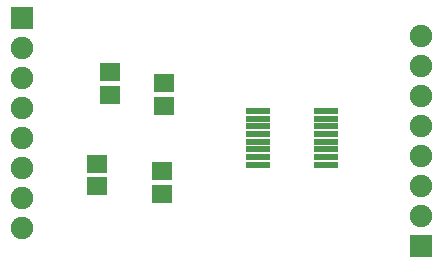
<source format=gbr>
G04 DipTrace 3.1.0.1*
G04 TopMask.gbr*
%MOIN*%
G04 #@! TF.FileFunction,Soldermask,Top*
G04 #@! TF.Part,Single*
%ADD24C,0.074929*%
%ADD26R,0.074929X0.074929*%
%ADD28R,0.078866X0.023748*%
%ADD30R,0.067055X0.059181*%
%FSLAX26Y26*%
G04*
G70*
G90*
G75*
G01*
G04 TopMask*
%LPD*%
D30*
X1057107Y857255D3*
Y782451D3*
X1063357Y1151005D3*
Y1076201D3*
X838357Y882255D3*
Y807451D3*
X882107Y1113701D3*
Y1188505D3*
D28*
X1374180Y1059322D3*
Y1033731D3*
Y1008140D3*
Y982550D3*
Y956959D3*
Y931369D3*
Y905778D3*
Y880188D3*
X1602534D3*
X1602526Y905778D3*
Y931369D3*
Y956959D3*
Y982550D3*
Y1008140D3*
Y1033731D3*
Y1059322D3*
D26*
X588357Y1369755D3*
D24*
Y1269755D3*
Y1169755D3*
Y1069755D3*
Y969755D3*
Y869755D3*
Y769755D3*
Y669755D3*
D26*
X1919607Y607255D3*
D24*
Y707255D3*
Y807255D3*
Y907255D3*
Y1007255D3*
Y1107255D3*
Y1207255D3*
Y1307255D3*
M02*

</source>
